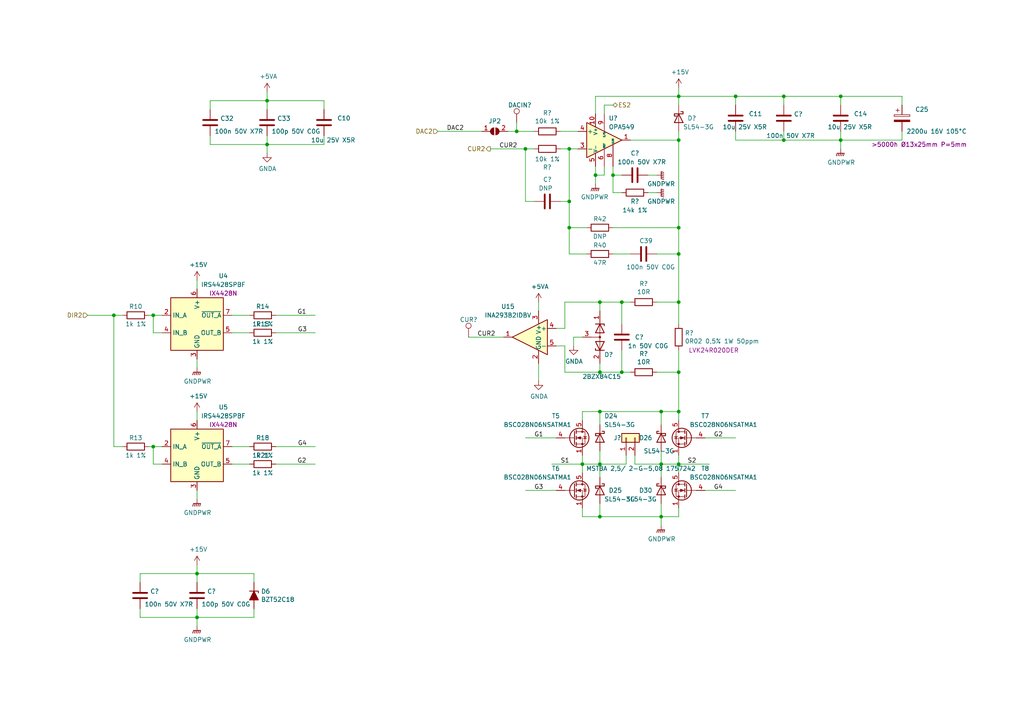
<source format=kicad_sch>
(kicad_sch (version 20230121) (generator eeschema)
  (paper "A4")
  (title_block (title "Compensation coils driver") (date "2022-03-22") (rev "2.0") (company "UMK (NCU) Toruń") (comment 1 "KL FAMO") (comment 2 "design by: mgr inż. Adam Ledziński") (comment 4 "PL: Zasilacz cewek kompensacyjnych (3x3A)"))
  (lib_symbols
    (symbol "Amplifier_Current:INA196" (pin_names (offset 0.127))
      (property "Reference" "U" (at 3.81 3.81 0))
      (property "Value" "INA196" (at 3.81 -3.81 0))
      (symbol "INA196_0_1"
        (polyline (pts (xy 5.08 0) (xy -5.08 5.08) (xy -5.08 -5.08) (xy 5.08 0)) (stroke (width 0.254)) (fill (type background)))
      )
      (symbol "INA196_1_1"
        (pin output line (at 7.62 0 180) (length 2.54) (name "~") (number "1"))
        (pin power_in line (at -2.54 -7.62 90) (length 3.81) (name "GND") (number "2"))
        (pin power_in line (at -2.54 7.62 270) (length 3.81) (name "V+") (number "3"))
        (pin input line (at -7.62 2.54 0) (length 2.54) (name "+") (number "4"))
        (pin input line (at -7.62 -2.54 0) (length 2.54) (name "-") (number "5"))
      )
    )
    (symbol "Connector:TestPoint" (pin_numbers hide) (pin_names (offset 0.762) hide)
      (property "Reference" "TP" (at 0 6.858 0))
      (property "Value" "TestPoint" (at 0 5.08 0))
      (symbol "TestPoint_0_1"
        (circle (center 0 3.302) (radius 0.762))
      )
      (symbol "TestPoint_1_1"
        (pin passive line (at 0 0 90) (length 2.54) (name "1") (number "1"))
      )
    )
    (symbol "Connector_Generic:Conn_01x02" (pin_names (offset 1.016) hide)
      (property "Reference" "J" (at 0 2.54 0))
      (property "Value" "Conn_01x02" (at 0 -5.08 0))
      (symbol "Conn_01x02_1_1"
        (rectangle (start -1.27 -2.413) (end 0 -2.667) (stroke (width 0.1524)))
        (rectangle (start -1.27 0.127) (end 0 -0.127) (stroke (width 0.1524)))
        (rectangle (start -1.27 1.27) (end 1.27 -3.81) (stroke (width 0.254)) (fill (type background)))
        (pin passive line (at -5.08 0 0) (length 3.81) (name "Pin_1") (number "1"))
        (pin passive line (at -5.08 -2.54 0) (length 3.81) (name "Pin_2") (number "2"))
      )
    )
    (symbol "Device:C" (pin_numbers hide) (pin_names (offset 0.254))
      (property "Reference" "C" (at 0.635 2.54 0))
      (property "Value" "C" (at 0.635 -2.54 0))
      (symbol "C_0_1"
        (polyline (pts (xy -2.032 -0.762) (xy 2.032 -0.762)) (stroke (width 0.508)))
        (polyline (pts (xy -2.032 0.762) (xy 2.032 0.762)) (stroke (width 0.508)))
      )
      (symbol "C_1_1"
        (pin passive line (at 0 3.81 270) (length 2.794) (name "~") (number "1"))
        (pin passive line (at 0 -3.81 90) (length 2.794) (name "~") (number "2"))
      )
    )
    (symbol "Device:D_Schottky" (pin_numbers hide) (pin_names (offset 1.016) hide)
      (property "Reference" "D" (at 0 2.54 0))
      (property "Value" "D_Schottky" (at 0 -2.54 0))
      (symbol "D_Schottky_0_1"
        (polyline (pts (xy 1.27 0) (xy -1.27 0)))
        (polyline (pts (xy 1.27 1.27) (xy 1.27 -1.27) (xy -1.27 0) (xy 1.27 1.27)) (stroke (width 0.254)))
        (polyline (pts (xy -1.905 0.635) (xy -1.905 1.27) (xy -1.27 1.27) (xy -1.27 -1.27) (xy -0.635 -1.27) (xy -0.635 -0.635)) (stroke (width 0.254)))
      )
      (symbol "D_Schottky_1_1"
        (pin passive line (at -3.81 0 0) (length 2.54) (name "K") (number "1"))
        (pin passive line (at 3.81 0 180) (length 2.54) (name "A") (number "2"))
      )
    )
    (symbol "Device:R" (pin_numbers hide) (pin_names (offset 0))
      (property "Reference" "R" (at 2.032 0 90))
      (property "Value" "R" (at 0 0 90))
      (symbol "R_0_1"
        (rectangle (start -1.016 -2.54) (end 1.016 2.54) (stroke (width 0.254)))
      )
      (symbol "R_1_1"
        (pin passive line (at 0 3.81 270) (length 1.27) (name "~") (number "1"))
        (pin passive line (at 0 -3.81 90) (length 1.27) (name "~") (number "2"))
      )
    )
    (symbol "Driver_FET:MIC4428"
      (property "Reference" "U" (at -7.62 8.89 0))
      (property "Value" "MIC4428" (at 1.27 8.89 0))
      (symbol "MIC4428_0_1"
        (rectangle (start -7.62 -7.62) (end 7.62 7.62) (stroke (width 0.254)) (fill (type background)))
      )
      (symbol "MIC4428_1_1"
        (pin no_connect line (at -7.62 0 0) (length 2.54) hide (name "NC") (number "1"))
        (pin input line (at -10.16 2.54 0) (length 2.54) (name "IN_A") (number "2"))
        (pin power_in line (at 0 -10.16 90) (length 2.54) (name "GND") (number "3"))
        (pin input line (at -10.16 -2.54 0) (length 2.54) (name "IN_B") (number "4"))
        (pin output line (at 10.16 -2.54 180) (length 2.54) (name "OUT_B") (number "5"))
        (pin power_in line (at 0 10.16 270) (length 2.54) (name "V+") (number "6"))
        (pin output line (at 10.16 2.54 180) (length 2.54) (name "~{OUT_A}") (number "7"))
        (pin no_connect line (at 7.62 0 180) (length 2.54) hide (name "NC") (number "8"))
      )
    )
    (symbol "Jumper:SolderJumper_2_Open" (pin_names (offset 0) hide)
      (property "Reference" "JP" (at 0 2.032 0))
      (property "Value" "SolderJumper_2_Open" (at 0 -2.54 0))
      (symbol "SolderJumper_2_Open_0_1"
        (arc (start -0.254 1.016) (mid -1.2656 0) (end -0.254 -1.016))
        (arc (start -0.254 1.016) (mid -1.2656 0) (end -0.254 -1.016) (fill (type outline)))
        (polyline (pts (xy -0.254 1.016) (xy -0.254 -1.016)))
        (polyline (pts (xy 0.254 1.016) (xy 0.254 -1.016)))
        (arc (start 0.254 -1.016) (mid 1.2656 0) (end 0.254 1.016))
        (arc (start 0.254 -1.016) (mid 1.2656 0) (end 0.254 1.016) (fill (type outline)))
      )
      (symbol "SolderJumper_2_Open_1_1"
        (pin passive line (at -3.81 0 0) (length 2.54) (name "A") (number "1"))
        (pin passive line (at 3.81 0 180) (length 2.54) (name "B") (number "2"))
      )
    )
    (symbol "Transistor_FET:BSC028N06LS3" (pin_names hide)
      (property "Reference" "Q" (at 5.08 1.905 0))
      (property "Value" "BSC028N06LS3" (at 5.08 0 0))
      (symbol "BSC028N06LS3_0_1"
        (polyline (pts (xy 0.254 0) (xy -2.54 0)))
        (polyline (pts (xy 0.254 1.905) (xy 0.254 -1.905)) (stroke (width 0.254)))
        (polyline (pts (xy 0.762 -1.27) (xy 0.762 -2.286)) (stroke (width 0.254)))
        (polyline (pts (xy 0.762 0.508) (xy 0.762 -0.508)) (stroke (width 0.254)))
        (polyline (pts (xy 0.762 2.286) (xy 0.762 1.27)) (stroke (width 0.254)))
        (polyline (pts (xy 2.54 2.54) (xy 2.54 1.778)))
        (polyline (pts (xy 2.54 -2.54) (xy 2.54 0) (xy 0.762 0)))
        (polyline (pts (xy 0.762 -1.778) (xy 3.302 -1.778) (xy 3.302 1.778) (xy 0.762 1.778)))
        (polyline (pts (xy 1.016 0) (xy 2.032 0.381) (xy 2.032 -0.381) (xy 1.016 0)) (fill (type outline)))
        (polyline (pts (xy 2.794 0.508) (xy 2.921 0.381) (xy 3.683 0.381) (xy 3.81 0.254)))
        (polyline (pts (xy 3.302 0.381) (xy 2.921 -0.254) (xy 3.683 -0.254) (xy 3.302 0.381)))
        (circle (center 1.651 0) (radius 2.794) (stroke (width 0.254)))
        (circle (center 2.54 -1.778) (radius 0.254) (fill (type outline)))
        (circle (center 2.54 1.778) (radius 0.254) (fill (type outline)))
      )
      (symbol "BSC028N06LS3_1_1"
        (pin passive line (at 2.54 -5.08 90) (length 2.54) (name "S") (number "1"))
        (pin passive line (at 2.54 -5.08 90) (length 2.54) hide (name "S") (number "2"))
        (pin passive line (at 2.54 -5.08 90) (length 2.54) hide (name "S") (number "3"))
        (pin passive line (at -5.08 0 0) (length 2.54) (name "G") (number "4"))
        (pin passive line (at 2.54 5.08 270) (length 2.54) (name "D") (number "5"))
      )
    )
    (symbol "current3Av2-rescue:CP-Device" (pin_numbers hide) (pin_names (offset 0.254))
      (property "Reference" "C" (at 0.635 2.54 0))
      (property "Value" "Device_CP" (at 0.635 -2.54 0))
      (symbol "CP-Device_0_1"
        (rectangle (start -2.286 0.508) (end 2.286 1.016))
        (polyline (pts (xy -1.778 2.286) (xy -0.762 2.286)))
        (polyline (pts (xy -1.27 2.794) (xy -1.27 1.778)))
        (rectangle (start 2.286 -0.508) (end -2.286 -1.016) (fill (type outline)))
      )
      (symbol "CP-Device_1_1"
        (pin passive line (at 0 3.81 270) (length 2.794) (name "~") (number "1"))
        (pin passive line (at 0 -3.81 90) (length 2.794) (name "~") (number "2"))
      )
    )
    (symbol "current3Av2-rescue:D_Zener_ALT-Device" (pin_numbers hide) (pin_names (offset 1.016) hide)
      (property "Reference" "D" (at 0 2.54 0))
      (property "Value" "Device_D_Zener_ALT" (at 0 -2.54 0))
      (symbol "D_Zener_ALT-Device_0_1"
        (polyline (pts (xy 1.27 0) (xy -1.27 0)))
        (polyline (pts (xy -1.27 -1.27) (xy -1.27 1.27) (xy -0.762 1.27)) (stroke (width 0.254)))
        (polyline (pts (xy 1.27 -1.27) (xy 1.27 1.27) (xy -1.27 0) (xy 1.27 -1.27)) (stroke (width 0.254)) (fill (type outline)))
      )
      (symbol "D_Zener_ALT-Device_1_1"
        (pin passive line (at -3.81 0 0) (length 2.54) (name "K") (number "1"))
        (pin passive line (at 3.81 0 180) (length 2.54) (name "A") (number "2"))
      )
    )
    (symbol "current3Av2-rescue:D_Zener_x2_ACom_KKA-Device" (pin_names (offset 0.762) hide)
      (property "Reference" "D" (at 1.27 -2.54 0))
      (property "Value" "Device_D_Zener_x2_ACom_KKA" (at 0 2.54 0))
      (symbol "D_Zener_x2_ACom_KKA-Device_0_1"
        (polyline (pts (xy -3.556 0) (xy 3.81 0)))
        (polyline (pts (xy 0 0) (xy 0 -2.54)))
        (polyline (pts (xy -3.81 -1.27) (xy -3.81 1.27) (xy -3.302 1.27)) (stroke (width 0.254)))
        (polyline (pts (xy 3.302 -1.27) (xy 3.81 -1.27) (xy 3.81 1.27)) (stroke (width 0.254)))
        (polyline (pts (xy -1.27 -1.27) (xy -3.81 0) (xy -1.27 1.27) (xy -1.27 -1.27) (xy -1.27 -1.27) (xy -1.27 -1.27)) (stroke (width 0.254)))
        (polyline (pts (xy 1.27 1.27) (xy 3.81 0) (xy 1.27 -1.27) (xy 1.27 1.27) (xy 1.27 1.27) (xy 1.27 1.27)) (stroke (width 0.254)))
        (circle (center 0 0) (radius 0.254) (fill (type outline)))
        (pin passive line (at -7.62 0 0) (length 3.81) (name "K") (number "1"))
        (pin passive line (at 7.62 0 180) (length 3.81) (name "K") (number "2"))
        (pin passive line (at 0 -5.08 90) (length 2.54) (name "A") (number "3"))
      )
    )
    (symbol "ff:OPA549" (pin_names (offset 0.127))
      (property "Reference" "U" (at 3.81 3.81 0))
      (property "Value" "OPA549" (at 3.81 -2.54 0))
      (symbol "OPA549_0_1"
        (polyline (pts (xy 5.08 0) (xy -5.08 5.08) (xy -5.08 -5.08) (xy 5.08 0)) (stroke (width 0.254)) (fill (type background)))
      )
      (symbol "OPA549_1_1"
        (pin output line (at 7.62 0 180) (length 2.54) (name "~") (number "1"))
        (pin power_in line (at -2.54 7.62 270) (length 3.81) (name "V+") (number "10"))
        (pin power_in line (at -2.54 7.62 270) (length 3.81) hide (name "V+") (number "11"))
        (pin output line (at 7.62 0 180) (length 2.54) hide (name "~") (number "2"))
        (pin input line (at -7.62 -2.54 0) (length 2.54) (name "-") (number "3"))
        (pin input line (at -7.62 2.54 0) (length 2.54) (name "+") (number "4"))
        (pin power_in line (at -2.54 -7.62 90) (length 3.81) (name "V-") (number "5"))
        (pin passive line (at 0 -7.62 90) (length 5.08) (name "REF") (number "6"))
        (pin power_in line (at -2.54 -7.62 90) (length 3.81) hide (name "V-") (number "7"))
        (pin passive line (at 2.54 -7.62 90) (length 6.35) (name "ILIM") (number "8"))
        (pin passive line (at 0 7.62 270) (length 5.08) (name "E/S") (number "9"))
      )
    )
    (symbol "power:+15V" (power) (pin_names (offset 0))
      (property "Value" "+15V" (at 0 3.556 0))
      (symbol "+15V_0_1"
        (polyline (pts (xy -0.762 1.27) (xy 0 2.54)))
        (polyline (pts (xy 0 0) (xy 0 2.54)))
        (polyline (pts (xy 0 2.54) (xy 0.762 1.27)))
      )
      (symbol "+15V_1_1"
        (pin power_in line (at 0 0 90) (length 0) hide (name "+15V") (number "1"))
      )
    )
    (symbol "power:+5VA" (power) (pin_names (offset 0))
      (property "Value" "+5VA" (at 0 3.556 0))
      (symbol "+5VA_0_1"
        (polyline (pts (xy -0.762 1.27) (xy 0 2.54)))
        (polyline (pts (xy 0 0) (xy 0 2.54)))
        (polyline (pts (xy 0 2.54) (xy 0.762 1.27)))
      )
      (symbol "+5VA_1_1"
        (pin power_in line (at 0 0 90) (length 0) hide (name "+5VA") (number "1"))
      )
    )
    (symbol "power:GNDA" (power) (pin_names (offset 0))
      (property "Value" "GNDA" (at 0 -3.81 0))
      (symbol "GNDA_0_1"
        (polyline (pts (xy 0 0) (xy 0 -1.27) (xy 1.27 -1.27) (xy 0 -2.54) (xy -1.27 -1.27) (xy 0 -1.27)))
      )
      (symbol "GNDA_1_1"
        (pin power_in line (at 0 0 270) (length 0) hide (name "GNDA") (number "1"))
      )
    )
    (symbol "power:GNDPWR" (power) (pin_names (offset 0))
      (property "Value" "GNDPWR" (at 0 -3.302 0))
      (symbol "GNDPWR_0_1"
        (polyline (pts (xy 0 -1.27) (xy 0 0)))
        (polyline (pts (xy -1.016 -1.27) (xy -1.27 -2.032) (xy -1.27 -2.032)) (stroke (width 0.2032)))
        (polyline (pts (xy -0.508 -1.27) (xy -0.762 -2.032) (xy -0.762 -2.032)) (stroke (width 0.2032)))
        (polyline (pts (xy 0 -1.27) (xy -0.254 -2.032) (xy -0.254 -2.032)) (stroke (width 0.2032)))
        (polyline (pts (xy 0.508 -1.27) (xy 0.254 -2.032) (xy 0.254 -2.032)) (stroke (width 0.2032)))
        (polyline (pts (xy 1.016 -1.27) (xy -1.016 -1.27) (xy -1.016 -1.27)) (stroke (width 0.2032)))
        (polyline (pts (xy 1.016 -1.27) (xy 0.762 -2.032) (xy 0.762 -2.032) (xy 0.762 -2.032)) (stroke (width 0.2032)))
      )
      (symbol "GNDPWR_1_1"
        (pin power_in line (at 0 0 270) (length 0) hide (name "GNDPWR") (number "1"))
      )
    )
  )
  (junction (at 243.84 40.64))
  (junction (at 196.85 107.95))
  (junction (at 33.02 91.44))
  (junction (at 180.34 107.95))
  (junction (at 191.77 134.62))
  (junction (at 165.1 43.18))
  (junction (at 227.33 27.94))
  (junction (at 196.85 73.66))
  (junction (at 165.1 66.04))
  (junction (at 173.99 119.38))
  (junction (at 173.99 134.62))
  (junction (at 243.84 27.94))
  (junction (at 77.47 29.21))
  (junction (at 196.85 134.62))
  (junction (at 196.85 87.63))
  (junction (at 177.8 50.8))
  (junction (at 196.85 66.04))
  (junction (at 168.91 134.62))
  (junction (at 191.77 149.86))
  (junction (at 173.99 149.86))
  (junction (at 77.47 41.91))
  (junction (at 44.45 91.44))
  (junction (at 57.15 179.07))
  (junction (at 152.4 43.18))
  (junction (at 173.99 107.95))
  (junction (at 213.36 27.94))
  (junction (at 149.86 38.1))
  (junction (at 196.85 27.94))
  (junction (at 191.77 119.38))
  (junction (at 180.34 87.63))
  (junction (at 57.15 166.37))
  (junction (at 165.1 58.42))
  (junction (at 44.45 129.54))
  (junction (at 172.72 50.8))
  (junction (at 227.33 40.64))
  (junction (at 173.99 87.63))
  (junction (at 196.85 40.64))
  (junction (at 196.85 119.38))
  (wire (pts (xy 175.26 30.48) (xy 175.26 33.02)))
  (wire (pts (xy 180.34 87.63) (xy 180.34 93.98)))
  (wire (pts (xy 243.84 27.94) (xy 243.84 30.48)))
  (wire (pts (xy 57.15 144.78) (xy 57.15 142.24)))
  (wire (pts (xy 57.15 163.83) (xy 57.15 166.37)))
  (wire (pts (xy 163.83 107.95) (xy 173.99 107.95)))
  (wire (pts (xy 77.47 41.91) (xy 93.98 41.91)))
  (wire (pts (xy 181.61 134.62) (xy 181.61 132.08)))
  (wire (pts (xy 35.56 129.54) (xy 33.02 129.54)))
  (wire (pts (xy 227.33 40.64) (xy 243.84 40.64)))
  (wire (pts (xy 168.91 149.86) (xy 168.91 147.32)))
  (wire (pts (xy 227.33 27.94) (xy 243.84 27.94)))
  (wire (pts (xy 77.47 26.67) (xy 77.47 29.21)))
  (wire (pts (xy 57.15 179.07) (xy 73.66 179.07)))
  (wire (pts (xy 44.45 129.54) (xy 44.45 134.62)))
  (wire (pts (xy 173.99 123.19) (xy 173.99 119.38)))
  (wire (pts (xy 173.99 146.05) (xy 173.99 149.86)))
  (wire (pts (xy 196.85 107.95) (xy 196.85 119.38)))
  (wire (pts (xy 161.29 100.33) (xy 163.83 100.33)))
  (wire (pts (xy 261.62 40.64) (xy 261.62 38.1)))
  (wire (pts (xy 172.72 27.94) (xy 196.85 27.94)))
  (wire (pts (xy 177.8 48.26) (xy 177.8 50.8)))
  (wire (pts (xy 67.31 91.44) (xy 72.39 91.44)))
  (wire (pts (xy 196.85 66.04) (xy 196.85 73.66)))
  (wire (pts (xy 73.66 176.53) (xy 73.66 179.07)))
  (wire (pts (xy 161.29 95.25) (xy 163.83 95.25)))
  (wire (pts (xy 77.47 41.91) (xy 77.47 44.45)))
  (wire (pts (xy 139.7 38.1) (xy 127 38.1)))
  (wire (pts (xy 213.36 27.94) (xy 213.36 30.48)))
  (wire (pts (xy 72.39 96.52) (xy 67.31 96.52)))
  (wire (pts (xy 33.02 91.44) (xy 35.56 91.44)))
  (wire (pts (xy 168.91 119.38) (xy 173.99 119.38)))
  (wire (pts (xy 33.02 129.54) (xy 33.02 91.44)))
  (wire (pts (xy 196.85 134.62) (xy 196.85 132.08)))
  (wire (pts (xy 60.96 41.91) (xy 77.47 41.91)))
  (wire (pts (xy 261.62 30.48) (xy 261.62 27.94)))
  (wire (pts (xy 243.84 40.64) (xy 261.62 40.64)))
  (wire (pts (xy 60.96 29.21) (xy 77.47 29.21)))
  (wire (pts (xy 163.83 95.25) (xy 163.83 87.63)))
  (wire (pts (xy 40.64 166.37) (xy 57.15 166.37)))
  (wire (pts (xy 173.99 149.86) (xy 191.77 149.86)))
  (wire (pts (xy 168.91 121.92) (xy 168.91 119.38)))
  (wire (pts (xy 196.85 147.32) (xy 196.85 149.86)))
  (wire (pts (xy 43.18 91.44) (xy 44.45 91.44)))
  (wire (pts (xy 156.21 90.17) (xy 156.21 87.63)))
  (wire (pts (xy 196.85 40.64) (xy 196.85 66.04)))
  (wire (pts (xy 187.96 55.88) (xy 190.5 55.88)))
  (wire (pts (xy 142.24 43.18) (xy 152.4 43.18)))
  (wire (pts (xy 163.83 100.33) (xy 163.83 107.95)))
  (wire (pts (xy 72.39 134.62) (xy 67.31 134.62)))
  (wire (pts (xy 261.62 27.94) (xy 243.84 27.94)))
  (wire (pts (xy 156.21 105.41) (xy 156.21 110.49)))
  (wire (pts (xy 180.34 101.6) (xy 180.34 107.95)))
  (wire (pts (xy 57.15 83.82) (xy 57.15 81.28)))
  (wire (pts (xy 184.15 134.62) (xy 191.77 134.62)))
  (wire (pts (xy 191.77 146.05) (xy 191.77 149.86)))
  (wire (pts (xy 40.64 168.91) (xy 40.64 166.37)))
  (wire (pts (xy 191.77 149.86) (xy 191.77 152.4)))
  (wire (pts (xy 165.1 58.42) (xy 165.1 66.04)))
  (wire (pts (xy 57.15 121.92) (xy 57.15 119.38)))
  (wire (pts (xy 154.94 58.42) (xy 152.4 58.42)))
  (wire (pts (xy 170.18 73.66) (xy 165.1 73.66)))
  (wire (pts (xy 180.34 107.95) (xy 182.88 107.95)))
  (wire (pts (xy 162.56 58.42) (xy 165.1 58.42)))
  (wire (pts (xy 165.1 43.18) (xy 167.64 43.18)))
  (wire (pts (xy 60.96 31.75) (xy 60.96 29.21)))
  (wire (pts (xy 67.31 129.54) (xy 72.39 129.54)))
  (wire (pts (xy 57.15 179.07) (xy 57.15 181.61)))
  (wire (pts (xy 172.72 33.02) (xy 172.72 27.94)))
  (wire (pts (xy 57.15 166.37) (xy 73.66 166.37)))
  (wire (pts (xy 25.4 91.44) (xy 33.02 91.44)))
  (wire (pts (xy 173.99 134.62) (xy 181.61 134.62)))
  (wire (pts (xy 91.44 91.44) (xy 80.01 91.44)))
  (wire (pts (xy 177.8 66.04) (xy 196.85 66.04)))
  (wire (pts (xy 180.34 87.63) (xy 182.88 87.63)))
  (wire (pts (xy 196.85 73.66) (xy 190.5 73.66)))
  (wire (pts (xy 93.98 31.75) (xy 93.98 29.21)))
  (wire (pts (xy 196.85 134.62) (xy 205.74 134.62)))
  (wire (pts (xy 191.77 119.38) (xy 196.85 119.38)))
  (wire (pts (xy 160.02 134.62) (xy 168.91 134.62)))
  (wire (pts (xy 196.85 119.38) (xy 196.85 121.92)))
  (wire (pts (xy 196.85 87.63) (xy 196.85 93.98)))
  (wire (pts (xy 162.56 43.18) (xy 165.1 43.18)))
  (wire (pts (xy 77.47 29.21) (xy 93.98 29.21)))
  (wire (pts (xy 168.91 137.16) (xy 168.91 134.62)))
  (wire (pts (xy 196.85 27.94) (xy 196.85 25.4)))
  (wire (pts (xy 182.88 40.64) (xy 196.85 40.64)))
  (wire (pts (xy 44.45 96.52) (xy 46.99 96.52)))
  (wire (pts (xy 57.15 168.91) (xy 57.15 166.37)))
  (wire (pts (xy 175.26 50.8) (xy 175.26 48.26)))
  (wire (pts (xy 152.4 127) (xy 161.29 127)))
  (wire (pts (xy 213.36 40.64) (xy 227.33 40.64)))
  (wire (pts (xy 165.1 43.18) (xy 165.1 58.42)))
  (wire (pts (xy 213.36 38.1) (xy 213.36 40.64)))
  (wire (pts (xy 77.47 31.75) (xy 77.47 29.21)))
  (wire (pts (xy 213.36 142.24) (xy 204.47 142.24)))
  (wire (pts (xy 152.4 58.42) (xy 152.4 43.18)))
  (wire (pts (xy 180.34 50.8) (xy 177.8 50.8)))
  (wire (pts (xy 204.47 127) (xy 213.36 127)))
  (wire (pts (xy 173.99 87.63) (xy 173.99 90.17)))
  (wire (pts (xy 73.66 168.91) (xy 73.66 166.37)))
  (wire (pts (xy 80.01 129.54) (xy 91.44 129.54)))
  (wire (pts (xy 173.99 107.95) (xy 180.34 107.95)))
  (wire (pts (xy 190.5 107.95) (xy 196.85 107.95)))
  (wire (pts (xy 57.15 179.07) (xy 57.15 176.53)))
  (wire (pts (xy 196.85 87.63) (xy 196.85 73.66)))
  (wire (pts (xy 227.33 27.94) (xy 227.33 30.48)))
  (wire (pts (xy 173.99 119.38) (xy 191.77 119.38)))
  (wire (pts (xy 184.15 132.08) (xy 184.15 134.62)))
  (wire (pts (xy 190.5 87.63) (xy 196.85 87.63)))
  (wire (pts (xy 196.85 27.94) (xy 213.36 27.94)))
  (wire (pts (xy 152.4 43.18) (xy 154.94 43.18)))
  (wire (pts (xy 191.77 123.19) (xy 191.77 119.38)))
  (wire (pts (xy 172.72 48.26) (xy 172.72 50.8)))
  (wire (pts (xy 163.83 87.63) (xy 173.99 87.63)))
  (wire (pts (xy 162.56 38.1) (xy 167.64 38.1)))
  (wire (pts (xy 173.99 87.63) (xy 180.34 87.63)))
  (wire (pts (xy 182.88 73.66) (xy 177.8 73.66)))
  (wire (pts (xy 243.84 43.18) (xy 243.84 40.64)))
  (wire (pts (xy 180.34 55.88) (xy 177.8 55.88)))
  (wire (pts (xy 170.18 66.04) (xy 165.1 66.04)))
  (wire (pts (xy 161.29 142.24) (xy 152.4 142.24)))
  (wire (pts (xy 168.91 134.62) (xy 173.99 134.62)))
  (wire (pts (xy 91.44 134.62) (xy 80.01 134.62)))
  (wire (pts (xy 173.99 138.43) (xy 173.99 134.62)))
  (wire (pts (xy 187.96 50.8) (xy 190.5 50.8)))
  (wire (pts (xy 149.86 38.1) (xy 147.32 38.1)))
  (wire (pts (xy 191.77 134.62) (xy 191.77 130.81)))
  (wire (pts (xy 165.1 66.04) (xy 165.1 73.66)))
  (wire (pts (xy 44.45 134.62) (xy 46.99 134.62)))
  (wire (pts (xy 44.45 91.44) (xy 46.99 91.44)))
  (wire (pts (xy 43.18 129.54) (xy 44.45 129.54)))
  (wire (pts (xy 196.85 27.94) (xy 196.85 30.48)))
  (wire (pts (xy 172.72 50.8) (xy 172.72 53.34)))
  (wire (pts (xy 154.94 38.1) (xy 149.86 38.1)))
  (wire (pts (xy 168.91 134.62) (xy 168.91 132.08)))
  (wire (pts (xy 227.33 40.64) (xy 227.33 38.1)))
  (wire (pts (xy 196.85 149.86) (xy 191.77 149.86)))
  (wire (pts (xy 196.85 107.95) (xy 196.85 101.6)))
  (wire (pts (xy 172.72 50.8) (xy 175.26 50.8)))
  (wire (pts (xy 173.99 149.86) (xy 168.91 149.86)))
  (wire (pts (xy 44.45 91.44) (xy 44.45 96.52)))
  (wire (pts (xy 44.45 129.54) (xy 46.99 129.54)))
  (wire (pts (xy 166.37 97.79) (xy 166.37 100.33)))
  (wire (pts (xy 243.84 40.64) (xy 243.84 38.1)))
  (wire (pts (xy 93.98 39.37) (xy 93.98 41.91)))
  (wire (pts (xy 77.47 41.91) (xy 77.47 39.37)))
  (wire (pts (xy 168.91 97.79) (xy 166.37 97.79)))
  (wire (pts (xy 40.64 179.07) (xy 57.15 179.07)))
  (wire (pts (xy 135.89 97.79) (xy 146.05 97.79)))
  (wire (pts (xy 57.15 106.68) (xy 57.15 104.14)))
  (wire (pts (xy 213.36 27.94) (xy 227.33 27.94)))
  (wire (pts (xy 191.77 134.62) (xy 196.85 134.62)))
  (wire (pts (xy 196.85 134.62) (xy 196.85 137.16)))
  (wire (pts (xy 173.99 134.62) (xy 173.99 130.81)))
  (wire (pts (xy 80.01 96.52) (xy 91.44 96.52)))
  (wire (pts (xy 173.99 105.41) (xy 173.99 107.95)))
  (wire (pts (xy 177.8 50.8) (xy 177.8 55.88)))
  (wire (pts (xy 196.85 38.1) (xy 196.85 40.64)))
  (wire (pts (xy 177.8 30.48) (xy 175.26 30.48)))
  (wire (pts (xy 40.64 179.07) (xy 40.64 176.53)))
  (wire (pts (xy 191.77 134.62) (xy 191.77 138.43)))
  (wire (pts (xy 60.96 41.91) (xy 60.96 39.37)))
  (wire (pts (xy 149.86 38.1) (xy 149.86 35.56)))
  (label "S1" (at 162.56 134.62 0))
  (label "S2" (at 199.39 134.62 0))
  (label "G4" (at 207.01 142.24 0))
  (label "G4" (at 86.36 129.54 0))
  (label "CUR2" (at 144.78 43.18 0))
  (label "G3" (at 86.36 96.52 0))
  (label "G1" (at 154.94 127 0))
  (label "G1" (at 88.9 91.44 180))
  (label "DAC2" (at 129.54 38.1 0))
  (label "CUR2" (at 138.43 97.79 0))
  (label "G2" (at 207.01 127 0))
  (label "G3" (at 154.94 142.24 0))
  (label "G2" (at 88.9 134.62 180))
  (hierarchical_label "CUR2" (shape output) (at 142.24 43.18 180))
  (hierarchical_label "ES2" (shape bidirectional) (at 177.8 30.48 0))
  (hierarchical_label "DIR2" (shape input) (at 25.4 91.44 180))
  (hierarchical_label "DAC2" (shape input) (at 127 38.1 180))
  (symbol (lib_id "power:GNDA") (at 77.47 44.45 0) (unit 1)
    (property "Reference" "#PWR?" (effects hide))
    (property "Value" "GNDA" (at 77.597 48.9458 0))
    (instances (project "current3Av2" (path "" (reference "#PWR052") (unit 1)) (path "" (reference "#PWR?") (unit 1)) (path "" (reference "#PWR?") (unit 1))))
  )
  (symbol (lib_id "Device:C") (at 77.47 35.56 0) (unit 1)
    (property "Reference" "C?" (at 80.391 34.3662 0) (effects (justify left)))
    (property "Value" "100p 50V C0G" (at 78.74 38.1 0) (effects (justify left)))
    (property "Footprint" "Capacitors_SMD:C_0603" (effects hide))
    (instances (project "current3Av2" (path "" (reference "C33") (unit 1)) (path "" (reference "C?") (unit 1)) (path "" (reference "C?") (unit 1))))
  )
  (symbol (lib_id "Device:R") (at 184.15 55.88 270) (unit 1)
    (property "Reference" "R?" (at 184.15 58.42 90))
    (property "Value" "14k 1%" (at 184.15 60.96 90))
    (property "Footprint" "Resistors_SMD:R_0603" (effects hide))
    (instances (project "current3Av2" (path "" (reference "R?") (unit 1)) (path "" (reference "R?") (unit 1)) (path "" (reference "R23") (unit 1))))
  )
  (symbol (lib_id "Device:D_Schottky") (at 196.85 34.29 270) (unit 1)
    (property "Reference" "D?" (at 199.39 34.29 90) (effects (justify left)))
    (property "Value" "SL54-3G" (at 198.12 36.83 90) (effects (justify left)))
    (property "Footprint" "Diodes_SMD:D_SMB" (effects hide))
    (property "Comm" "Diotec SL54-3G" (effects hide))
    (instances (project "current3Av2" (path "" (reference "D?") (unit 1)) (path "" (reference "D?") (unit 1)) (path "" (reference "D11") (unit 1))))
  )
  (symbol (lib_id "power:GNDA") (at 156.21 110.49 0) (unit 1)
    (property "Reference" "#PWR?" (effects hide))
    (property "Value" "GNDA" (at 156.337 114.9858 0))
    (instances (project "current3Av2" (path "" (reference "#PWR?") (unit 1)) (path "" (reference "#PWR039") (unit 1))))
  )
  (symbol (lib_id "Device:D_Schottky") (at 191.77 142.24 90) (mirror x) (unit 1)
    (property "Reference" "D?" (at 189.23 142.24 90) (effects (justify left)))
    (property "Value" "SL54-3G" (at 190.5 144.78 90) (effects (justify left)))
    (property "Footprint" "Diodes_SMD:D_SMB" (effects hide))
    (property "Comm" "Diotec SL54-3G" (effects hide))
    (instances (project "current3Av2" (path "" (reference "D30") (unit 1)) (path "" (reference "D?") (unit 1))))
  )
  (symbol (lib_id "Device:D_Schottky") (at 191.77 127 90) (mirror x) (unit 1)
    (property "Reference" "D?" (at 189.23 127 90) (effects (justify left)))
    (property "Value" "SL54-3G" (at 195.58 130.81 90) (effects (justify left)))
    (property "Footprint" "Diodes_SMD:D_SMB" (effects hide))
    (property "Comm" "Diotec SL54-3G" (effects hide))
    (instances (project "current3Av2" (path "" (reference "D26") (unit 1)) (path "" (reference "D?") (unit 1))))
  )
  (symbol (lib_id "Transistor_FET:BSC028N06LS3") (at 166.37 127 0) (unit 1)
    (property "Reference" "T5" (at 160.02 120.65 0) (effects (justify left)))
    (property "Value" "BSC028N06NSATMA1" (at 146.05 123.19 0) (effects (justify left)))
    (property "Footprint" "Package_TO_SOT_SMD:TDSON-8-1" (effects hide))
    (property "Datasheet" "http://www.infineon.com/dgdl/Infineon-BSC028N06LS3-DS-v02_02-en.pdf?fileId=db3a30431ddc9372011ebafa4c607f8c" (effects hide))
  )
  (symbol (lib_id "Transistor_FET:BSC028N06LS3") (at 166.37 142.24 0) (unit 1)
    (property "Reference" "T6" (at 160.02 135.89 0) (effects (justify left)))
    (property "Value" "BSC028N06NSATMA1" (at 146.05 138.43 0) (effects (justify left)))
    (property "Footprint" "Package_TO_SOT_SMD:TDSON-8-1" (effects hide))
    (property "Datasheet" "http://www.infineon.com/dgdl/Infineon-BSC028N06LS3-DS-v02_02-en.pdf?fileId=db3a30431ddc9372011ebafa4c607f8c" (effects hide))
  )
  (symbol (lib_id "Transistor_FET:BSC028N06LS3") (at 199.39 127 0) (mirror y) (unit 1)
    (property "Reference" "T7" (at 205.74 120.65 0) (effects (justify left)))
    (property "Value" "BSC028N06NSATMA1" (at 219.71 123.19 0) (effects (justify left)))
    (property "Footprint" "Package_TO_SOT_SMD:TDSON-8-1" (effects hide))
    (property "Datasheet" "http://www.infineon.com/dgdl/Infineon-BSC028N06LS3-DS-v02_02-en.pdf?fileId=db3a30431ddc9372011ebafa4c607f8c" (effects hide))
  )
  (symbol (lib_id "Transistor_FET:BSC028N06LS3") (at 199.39 142.24 0) (mirror y) (unit 1)
    (property "Reference" "T8" (at 205.74 135.89 0) (effects (justify left)))
    (property "Value" "BSC028N06NSATMA1" (at 219.71 138.43 0) (effects (justify left)))
    (property "Footprint" "Package_TO_SOT_SMD:TDSON-8-1" (effects hide))
    (property "Datasheet" "http://www.infineon.com/dgdl/Infineon-BSC028N06LS3-DS-v02_02-en.pdf?fileId=db3a30431ddc9372011ebafa4c607f8c" (effects hide))
  )
  (symbol (lib_id "power:GNDPWR") (at 57.15 106.68 0) (unit 1)
    (property "Reference" "#PWR?" (effects hide))
    (property "Value" "GNDPWR" (at 57.3024 110.617 0))
    (instances (project "current3Av2" (path "" (reference "#PWR019") (unit 1)) (path "" (reference "#PWR?") (unit 1))))
  )
  (symbol (lib_id "power:GNDPWR") (at 57.15 144.78 0) (unit 1)
    (property "Reference" "#PWR?" (effects hide))
    (property "Value" "GNDPWR" (at 57.3024 148.717 0))
    (instances (project "current3Av2" (path "" (reference "#PWR027") (unit 1)) (path "" (reference "#PWR?") (unit 1))))
  )
  (symbol (lib_id "Device:C") (at 40.64 172.72 0) (unit 1)
    (property "Reference" "C?" (at 43.561 171.5262 0) (effects (justify left)))
    (property "Value" "100n 50V X7R" (at 41.91 175.26 0) (effects (justify left)))
    (property "Footprint" "Capacitors_SMD:C_0603" (effects hide))
    (instances (project "current3Av2" (path "" (reference "C?") (unit 1)) (path "" (reference "C74") (unit 1))))
  )
  (symbol (lib_id "current3Av2-rescue:D_Zener_ALT-Device") (at 73.66 172.72 270) (unit 1)
    (property "Reference" "D6" (at 75.692 171.5262 90) (effects (justify left)))
    (property "Value" "BZT52C18" (at 75.692 173.8884 90) (effects (justify left)))
    (property "Footprint" "Diodes_SMD:D_SOD-123" (effects hide))
  )
  (symbol (lib_id "current3Av2-rescue:CP-Device") (at 261.62 34.29 0) (unit 1)
    (property "Reference" "C?" (at 265.43 31.75 0) (effects (justify left)))
    (property "Value" "2200u 16V 105°C " (at 262.89 38.1 0) (effects (justify left)))
    (property "Footprint" "Capacitors_THT:CP_Radial_D14.0mm_P5.00mm" (effects hide))
    (property "Comm" ">5000h Ø13x25mm P=5mm" (at 252.73 41.91 0) (effects (justify left)))
    (instances (project "current3Av2" (path "" (reference "C25") (unit 1))))
  )
  (symbol (lib_id "Device:R") (at 173.99 73.66 270) (unit 1)
    (property "Reference" "R?" (at 173.99 71.12 90))
    (property "Value" "47R" (at 173.99 76.2 90))
    (property "Footprint" "Resistors_SMD:R_0805" (effects hide))
    (instances (project "current3Av2" (path "" (reference "R40") (unit 1)) (path "" (reference "R?") (unit 1))))
  )
  (symbol (lib_id "power:+15V") (at 57.15 81.28 0) (unit 1)
    (property "Reference" "#PWR07" (effects hide))
    (property "Value" "+15V" (at 57.531 76.7842 0))
  )
  (symbol (lib_id "Connector_Generic:Conn_01x02") (at 181.61 127 90) (unit 1)
    (property "Reference" "J?" (at 179.07 127 90))
    (property "Value" " MSTBA 2,5/ 2-G-5,08 1757242" (at 185.42 135.89 90))
    (property "Footprint" "Connectors_Phoenix:PhoenixContact_MSTBA-G_02x5.08mm_Angled" (effects hide))
    (property "Vendor" "Adam Tech, TE Connectivity, Xinya, Ninigi" (effects hide))
    (instances (project "current3Av2" (path "" (reference "J?") (unit 1)) (path "" (reference "J2") (unit 1))))
  )
  (symbol (lib_id "Device:R") (at 196.85 97.79 0) (unit 1)
    (property "Reference" "R?" (at 198.628 96.5962 0) (effects (justify left)))
    (property "Value" "0R02 0,5% 1W 50ppm" (at 198.628 98.9584 0) (effects (justify left)))
    (property "Footprint" "Resistors_SMD:R_2512" (effects hide))
    (property "Comm" "LVK24R020DER" (at 207.01 101.6 0))
    (instances (project "current3Av2" (path "" (reference "R?") (unit 1)) (path "" (reference "R?") (unit 1)) (path "" (reference "R?") (unit 1)) (path "" (reference "R24") (unit 1))))
  )
  (symbol (lib_id "Device:C") (at 213.36 34.29 0) (mirror y) (unit 1)
    (property "Reference" "C?" (at 217.17 33.02 0) (effects (justify right)))
    (property "Value" "10u 25V X5R" (at 209.55 36.83 0) (effects (justify right)))
    (property "Footprint" "Capacitors_SMD:C_0603" (effects hide))
    (property "Comm" "GRM188R61E106KA73D" (effects hide))
    (instances (project "current3Av2" (path "" (reference "C11") (unit 1)) (path "" (reference "C?") (unit 1))))
  )
  (symbol (lib_id "Device:C") (at 243.84 34.29 0) (mirror y) (unit 1)
    (property "Reference" "C?" (at 247.65 33.02 0) (effects (justify right)))
    (property "Value" "10u 25V X5R" (at 240.03 36.83 0) (effects (justify right)))
    (property "Footprint" "Capacitors_SMD:C_0603" (effects hide))
    (property "Comm" "GRM188R61E106KA73D" (effects hide))
    (instances (project "current3Av2" (path "" (reference "C14") (unit 1)) (path "" (reference "C?") (unit 1))))
  )
  (symbol (lib_id "Device:C") (at 93.98 35.56 0) (mirror y) (unit 1)
    (property "Reference" "C?" (at 97.79 34.29 0) (effects (justify right)))
    (property "Value" "10u 25V X5R" (at 90.17 40.64 0) (effects (justify right)))
    (property "Footprint" "Capacitors_SMD:C_0603" (effects hide))
    (property "Comm" "GRM188R61E106KA73D" (effects hide))
    (instances (project "current3Av2" (path "" (reference "C10") (unit 1)) (path "" (reference "C?") (unit 1))))
  )
  (symbol (lib_id "Device:C") (at 60.96 35.56 0) (unit 1)
    (property "Reference" "C?" (at 63.881 34.3662 0) (effects (justify left)))
    (property "Value" "100n 50V X7R" (at 62.23 38.1 0) (effects (justify left)))
    (property "Footprint" "Capacitors_SMD:C_0603" (effects hide))
    (instances (project "current3Av2" (path "" (reference "C32") (unit 1)) (path "" (reference "C?") (unit 1)) (path "" (reference "C?") (unit 1))))
  )
  (symbol (lib_id "power:GNDPWR") (at 172.72 53.34 0) (unit 1)
    (property "Reference" "#PWR?" (effects hide))
    (property "Value" "GNDPWR" (at 176.53 57.15 0) (effects (justify right)))
    (instances (project "current3Av2" (path "" (reference "#PWR?") (unit 1)) (path "" (reference "#PWR?") (unit 1)) (path "" (reference "#PWR063") (unit 1))))
  )
  (symbol (lib_id "Device:R") (at 186.69 87.63 90) (unit 1)
    (property "Reference" "R?" (at 186.69 82.296 90))
    (property "Value" "10R" (at 186.69 84.6582 90))
    (property "Footprint" "Resistors_SMD:R_0603" (effects hide))
    (instances (project "current3Av2" (path "" (reference "R?") (unit 1)) (path "" (reference "R19") (unit 1)) (path "" (reference "R?") (unit 1))))
  )
  (symbol (lib_id "Device:R") (at 158.75 43.18 90) (unit 1)
    (property "Reference" "R?" (at 158.75 48.514 90))
    (property "Value" "10k 1%" (at 158.75 46.1518 90))
    (property "Footprint" "Resistors_SMD:R_0603" (effects hide))
    (instances (project "current3Av2" (path "" (reference "R?") (unit 1)) (path "" (reference "R17") (unit 1)) (path "" (reference "R?") (unit 1))))
  )
  (symbol (lib_id "Amplifier_Current:INA196") (at 153.67 97.79 0) (mirror y) (unit 1)
    (property "Reference" "U15" (at 147.32 88.9 0))
    (property "Value" "INA293B2IDBV" (at 147.32 91.44 0))
    (property "Footprint" "Package_TO_SOT_SMD:SOT-23-5" (effects hide))
    (property "Datasheet" "https://www.ti.com/lit/ds/symlink/ina293.pdf?ts=1623847588072&ref_url=https%253A%252F%252Fwww.ti.com%252Fproduct%252FINA293%253FkeyMatch%253DINA293%2526tisearch%253Dsearch-everything%2526usecase%253DGPN" (effects hide))
  )
  (symbol (lib_id "power:GNDPWR") (at 57.15 181.61 0) (unit 1)
    (property "Reference" "#PWR?" (effects hide))
    (property "Value" "GNDPWR" (at 57.3024 185.547 0))
    (instances (project "current3Av2" (path "" (reference "#PWR029") (unit 1)) (path "" (reference "#PWR?") (unit 1))))
  )
  (symbol (lib_id "Device:R") (at 76.2 91.44 270) (unit 1)
    (property "Reference" "R?" (at 76.2 88.9 90))
    (property "Value" "1k 1%" (at 76.2 93.98 90))
    (property "Footprint" "Resistors_SMD:R_0603" (effects hide))
    (instances (project "current3Av2" (path "" (reference "R14") (unit 1)) (path "" (reference "R?") (unit 1))))
  )
  (symbol (lib_id "Device:R") (at 39.37 91.44 270) (unit 1)
    (property "Reference" "R?" (at 39.37 88.9 90))
    (property "Value" "1k 1%" (at 39.37 93.98 90))
    (property "Footprint" "Resistors_SMD:R_0603" (effects hide))
    (instances (project "current3Av2" (path "" (reference "R10") (unit 1)) (path "" (reference "R?") (unit 1))))
  )
  (symbol (lib_id "Driver_FET:MIC4428") (at 57.15 93.98 0) (unit 1)
    (property "Reference" "U4" (at 64.77 80.01 0))
    (property "Value" "IRS4428SPBF" (at 64.77 82.55 0))
    (property "Footprint" "Housings_SOIC:SOIC-8_3.9x4.9mm_Pitch1.27mm" (effects hide))
    (property "Datasheet" "https://www.ixysic.com/home/pdfs.nsf/www/IX4426-27-28.pdf/$file/IX4426-27-28.pdf" (effects hide))
    (property "Comm" "IX4428N" (at 64.77 85.09 0))
  )
  (symbol (lib_id "Device:R") (at 39.37 129.54 270) (unit 1)
    (property "Reference" "R?" (at 39.37 127 90))
    (property "Value" "1k 1%" (at 39.37 132.08 90))
    (property "Footprint" "Resistors_SMD:R_0603" (effects hide))
    (instances (project "current3Av2" (path "" (reference "R13") (unit 1)) (path "" (reference "R?") (unit 1))))
  )
  (symbol (lib_id "Device:R") (at 76.2 134.62 270) (unit 1)
    (property "Reference" "R?" (at 76.2 132.08 90))
    (property "Value" "1k 1%" (at 76.2 137.16 90))
    (property "Footprint" "Resistors_SMD:R_0603" (effects hide))
    (instances (project "current3Av2" (path "" (reference "R21") (unit 1)) (path "" (reference "R?") (unit 1))))
  )
  (symbol (lib_id "power:+5VA") (at 156.21 87.63 0) (unit 1)
    (property "Reference" "#PWR041" (effects hide))
    (property "Value" "+5VA" (at 156.591 83.1342 0))
  )
  (symbol (lib_id "Device:R") (at 173.99 66.04 270) (unit 1)
    (property "Reference" "R?" (at 173.99 63.5 90))
    (property "Value" "DNP" (at 173.99 68.58 90))
    (property "Footprint" "Resistors_SMD:R_0805" (effects hide))
    (instances (project "current3Av2" (path "" (reference "R42") (unit 1)) (path "" (reference "R?") (unit 1))))
  )
  (symbol (lib_id "Device:R") (at 158.75 38.1 270) (unit 1)
    (property "Reference" "R?" (at 158.75 32.766 90))
    (property "Value" "10k 1%" (at 158.75 35.1282 90))
    (property "Footprint" "Resistors_SMD:R_0603" (effects hide))
    (instances (project "current3Av2" (path "" (reference "R?") (unit 1)) (path "" (reference "R16") (unit 1)) (path "" (reference "R?") (unit 1))))
  )
  (symbol (lib_id "power:GNDPWR") (at 191.77 152.4 0) (unit 1)
    (property "Reference" "#PWR?" (effects hide))
    (property "Value" "GNDPWR" (at 191.9224 156.337 0))
    (instances (project "current3Av2" (path "" (reference "#PWR?") (unit 1)) (path "" (reference "#PWR?") (unit 1)) (path "" (reference "#PWR067") (unit 1))))
  )
  (symbol (lib_id "power:GNDPWR") (at 190.5 50.8 90) (unit 1)
    (property "Reference" "#PWR?" (effects hide))
    (property "Value" "GNDPWR" (at 191.77 53.34 90))
    (instances (project "current3Av2" (path "" (reference "#PWR?") (unit 1)) (path "" (reference "#PWR?") (unit 1)) (path "" (reference "#PWR065") (unit 1))))
  )
  (symbol (lib_id "Device:C") (at 180.34 97.79 180) (unit 1)
    (property "Reference" "C?" (at 185.42 97.79 0))
    (property "Value" "1n 50V C0G" (at 187.96 100.33 0))
    (property "Footprint" "Capacitors_SMD:C_0603" (effects hide))
    (instances (project "current3Av2" (path "" (reference "C?") (unit 1)) (path "" (reference "C35") (unit 1)) (path "" (reference "C?") (unit 1))))
  )
  (symbol (lib_id "Device:C") (at 184.15 50.8 270) (unit 1)
    (property "Reference" "C?" (at 182.88 44.45 90) (effects (justify left)))
    (property "Value" "100n 50V X7R" (at 179.07 46.99 90) (effects (justify left)))
    (property "Footprint" "Capacitors_SMD:C_0603" (effects hide))
    (instances (project "current3Av2" (path "" (reference "C?") (unit 1)) (path "" (reference "C?") (unit 1)) (path "" (reference "C38") (unit 1))))
  )
  (symbol (lib_id "Device:R") (at 76.2 96.52 270) (unit 1)
    (property "Reference" "R?" (at 76.2 93.98 90))
    (property "Value" "1k 1%" (at 76.2 99.06 90))
    (property "Footprint" "Resistors_SMD:R_0603" (effects hide))
    (instances (project "current3Av2" (path "" (reference "R15") (unit 1)) (path "" (reference "R?") (unit 1))))
  )
  (symbol (lib_id "Driver_FET:MIC4428") (at 57.15 132.08 0) (unit 1)
    (property "Reference" "U5" (at 64.77 118.11 0))
    (property "Value" "IRS4428SPBF" (at 64.77 120.65 0))
    (property "Footprint" "Housings_SOIC:SOIC-8_3.9x4.9mm_Pitch1.27mm" (effects hide))
    (property "Datasheet" "https://www.ixysic.com/home/pdfs.nsf/www/IX4426-27-28.pdf/$file/IX4426-27-28.pdf" (effects hide))
    (property "Comm" "IX4428N" (at 64.77 123.19 0))
  )
  (symbol (lib_id "Device:C") (at 57.15 172.72 0) (unit 1)
    (property "Reference" "C?" (at 60.071 171.5262 0) (effects (justify left)))
    (property "Value" "100p 50V C0G" (at 58.42 175.26 0) (effects (justify left)))
    (property "Footprint" "Capacitors_SMD:C_0603" (effects hide))
    (instances (project "current3Av2" (path "" (reference "C?") (unit 1)) (path "" (reference "C76") (unit 1))))
  )
  (symbol (lib_id "power:+5VA") (at 77.47 26.67 0) (unit 1)
    (property "Reference" "#PWR038" (effects hide))
    (property "Value" "+5VA" (at 77.851 22.1742 0))
  )
  (symbol (lib_id "Device:C") (at 186.69 73.66 270) (unit 1)
    (property "Reference" "C?" (at 185.42 69.85 90) (effects (justify left)))
    (property "Value" "100n 50V C0G" (at 181.61 77.47 90) (effects (justify left)))
    (property "Footprint" "Capacitors_SMD:C_1206" (effects hide))
    (instances (project "current3Av2" (path "" (reference "C39") (unit 1)) (path "" (reference "C?") (unit 1))))
  )
  (symbol (lib_id "Jumper:SolderJumper_2_Open") (at 143.51 38.1 0) (unit 1)
    (property "Reference" "JP2" (at 143.51 35.1282 0))
    (property "Value" "SolderJumper_2_Open" (effects hide))
    (property "Footprint" "ff_lib:GS2_small" (effects hide))
  )
  (symbol (lib_id "Device:C") (at 158.75 58.42 270) (unit 1)
    (property "Reference" "C?" (at 157.48 52.07 90) (effects (justify left)))
    (property "Value" "DNP" (at 156.21 54.61 90) (effects (justify left)))
    (property "Footprint" "Capacitors_SMD:C_0603" (effects hide))
    (instances (project "current3Av2" (path "" (reference "C?") (unit 1)) (path "" (reference "C?") (unit 1)) (path "" (reference "C87") (unit 1))))
  )
  (symbol (lib_id "Connector:TestPoint") (at 149.86 35.56 0) (unit 1)
    (property "Reference" "DACIN?" (at 147.32 30.48 0) (effects (justify left)))
    (property "Value" "TestPoint" (effects hide))
    (property "Footprint" "Connectors_TestPoints:Test_Point_THTPad_1.5x1.5mm_Drill0.7mm" (effects hide))
    (instances (project "current3Av2" (path "" (reference "DACIN?") (unit 1)) (path "" (reference "DACIN?") (unit 1)) (path "" (reference "DACIN2") (unit 1))))
  )
  (symbol (lib_id "Connector:TestPoint") (at 135.89 97.79 0) (unit 1)
    (property "Reference" "CUR?" (at 133.35 92.71 0) (effects (justify left)))
    (property "Value" "TestPoint" (effects hide))
    (property "Footprint" "Connectors_TestPoints:Test_Point_THTPad_1.5x1.5mm_Drill0.7mm" (effects hide))
    (instances (project "current3Av2" (path "" (reference "CUR?") (unit 1)) (path "" (reference "CUR?") (unit 1)) (path "" (reference "CUR2") (unit 1))))
  )
  (symbol (lib_id "power:+15V") (at 57.15 163.83 0) (unit 1)
    (property "Reference" "#PWR09" (effects hide))
    (property "Value" "+15V" (at 57.531 159.3342 0))
  )
  (symbol (lib_id "power:+15V") (at 57.15 119.38 0) (unit 1)
    (property "Reference" "#PWR08" (effects hide))
    (property "Value" "+15V" (at 57.531 114.8842 0))
  )
  (symbol (lib_id "power:+15V") (at 196.85 25.4 0) (unit 1)
    (property "Reference" "#PWR010" (effects hide))
    (property "Value" "+15V" (at 197.231 20.9042 0))
  )
  (symbol (lib_id "power:GNDA") (at 166.37 100.33 0) (unit 1)
    (property "Reference" "#PWR?" (effects hide))
    (property "Value" "GNDA" (at 166.497 104.8258 0))
    (instances (project "current3Av2" (path "" (reference "#PWR?") (unit 1)) (path "" (reference "#PWR055") (unit 1)) (path "" (reference "#PWR?") (unit 1))))
  )
  (symbol (lib_id "current3Av2-rescue:D_Zener_x2_ACom_KKA-Device") (at 173.99 97.79 270) (unit 1)
    (property "Reference" "D?" (at 175.26 102.87 90) (effects (justify left)))
    (property "Value" "2BZX84C15" (at 168.91 109.22 90) (effects (justify left)))
    (property "Footprint" "Package_TO_SOT_SMD:SOT-23" (effects hide))
    (instances (project "current3Av2" (path "" (reference "D?") (unit 1)) (path "" (reference "D10") (unit 1)) (path "" (reference "D?") (unit 1))))
  )
  (symbol (lib_id "ff:OPA549") (at 175.26 40.64 0) (unit 1)
    (property "Reference" "U?" (at 176.53 34.29 0) (effects (justify left)))
    (property "Value" "OPA549" (at 176.53 36.83 0) (effects (justify left)))
    (property "Footprint" "ff_lib:TO-220-11_Vertical_StangeredType1_or_not" (effects hide))
    (property "Datasheet" "http://www.ti.com/lit/ds/symlink/opa549.pdf" (effects hide))
    (instances (project "current3Av2" (path "" (reference "U?") (unit 1)) (path "" (reference "U?") (unit 1)) (path "" (reference "U18") (unit 1))))
  )
  (symbol (lib_id "power:GNDPWR") (at 190.5 55.88 90) (unit 1)
    (property "Reference" "#PWR?" (effects hide))
    (property "Value" "GNDPWR" (at 191.77 58.42 90))
    (instances (project "current3Av2" (path "" (reference "#PWR?") (unit 1)) (path "" (reference "#PWR?") (unit 1)) (path "" (reference "#PWR066") (unit 1))))
  )
  (symbol (lib_id "Device:R") (at 186.69 107.95 90) (unit 1)
    (property "Reference" "R?" (at 186.69 102.616 90))
    (property "Value" "10R" (at 186.69 104.9782 90))
    (property "Footprint" "Resistors_SMD:R_0603" (effects hide))
    (instances (project "current3Av2" (path "" (reference "R?") (unit 1)) (path "" (reference "R20") (unit 1)) (path "" (reference "R?") (unit 1))))
  )
  (symbol (lib_id "Device:D_Schottky") (at 173.99 127 270) (unit 1)
    (property "Reference" "D?" (at 175.26 120.65 90) (effects (justify left)))
    (property "Value" "SL54-3G" (at 175.26 123.19 90) (effects (justify left)))
    (property "Footprint" "Diodes_SMD:D_SMB" (effects hide))
    (property "Comm" "Diotec SL54-3G" (effects hide))
    (instances (project "current3Av2" (path "" (reference "D24") (unit 1)) (path "" (reference "D?") (unit 1))))
  )
  (symbol (lib_id "Device:D_Schottky") (at 173.99 142.24 270) (unit 1)
    (property "Reference" "D?" (at 176.53 142.24 90) (effects (justify left)))
    (property "Value" "SL54-3G" (at 175.26 144.78 90) (effects (justify left)))
    (property "Footprint" "Diodes_SMD:D_SMB" (effects hide))
    (property "Comm" "Diotec SL54-3G" (effects hide))
    (instances (project "current3Av2" (path "" (reference "D25") (unit 1)) (path "" (reference "D?") (unit 1))))
  )
  (symbol (lib_id "Device:R") (at 76.2 129.54 270) (unit 1)
    (property "Reference" "R?" (at 76.2 127 90))
    (property "Value" "1k 1%" (at 76.2 132.08 90))
    (property "Footprint" "Resistors_SMD:R_0603" (effects hide))
    (instances (project "current3Av2" (path "" (reference "R18") (unit 1)) (path "" (reference "R?") (unit 1))))
  )
  (symbol (lib_id "Device:C") (at 227.33 34.29 0) (unit 1)
    (property "Reference" "C?" (at 230.251 33.0962 0) (effects (justify left)))
    (property "Value" "100n 50V X7R" (at 222.25 39.37 0) (effects (justify left)))
    (property "Footprint" "Capacitors_SMD:C_0603" (effects hide))
    (instances (project "current3Av2" (path "" (reference "C?") (unit 1)) (path "" (reference "C8") (unit 1))))
  )
  (symbol (lib_id "power:GNDPWR") (at 243.84 43.18 0) (unit 1)
    (property "Reference" "#PWR?" (effects hide))
    (property "Value" "GNDPWR" (at 243.9924 47.117 0))
    (instances (project "current3Av2" (path "" (reference "#PWR050") (unit 1)) (path "" (reference "#PWR?") (unit 1))))
  )
)
</source>
